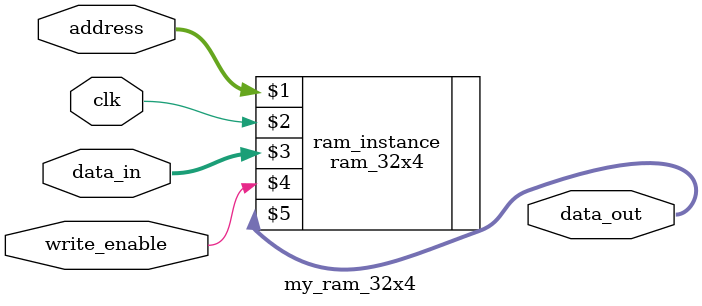
<source format=v>
module my_ram_32x4(
	input [4:0]address,
	input clk,
	input [3:0] data_in,
	input write_enable,
	output [3:0] data_out);
	
	ram_32x4 ram_instance(
		address,
		clk,
		data_in,
		write_enable,
		data_out);
	
endmodule
</source>
